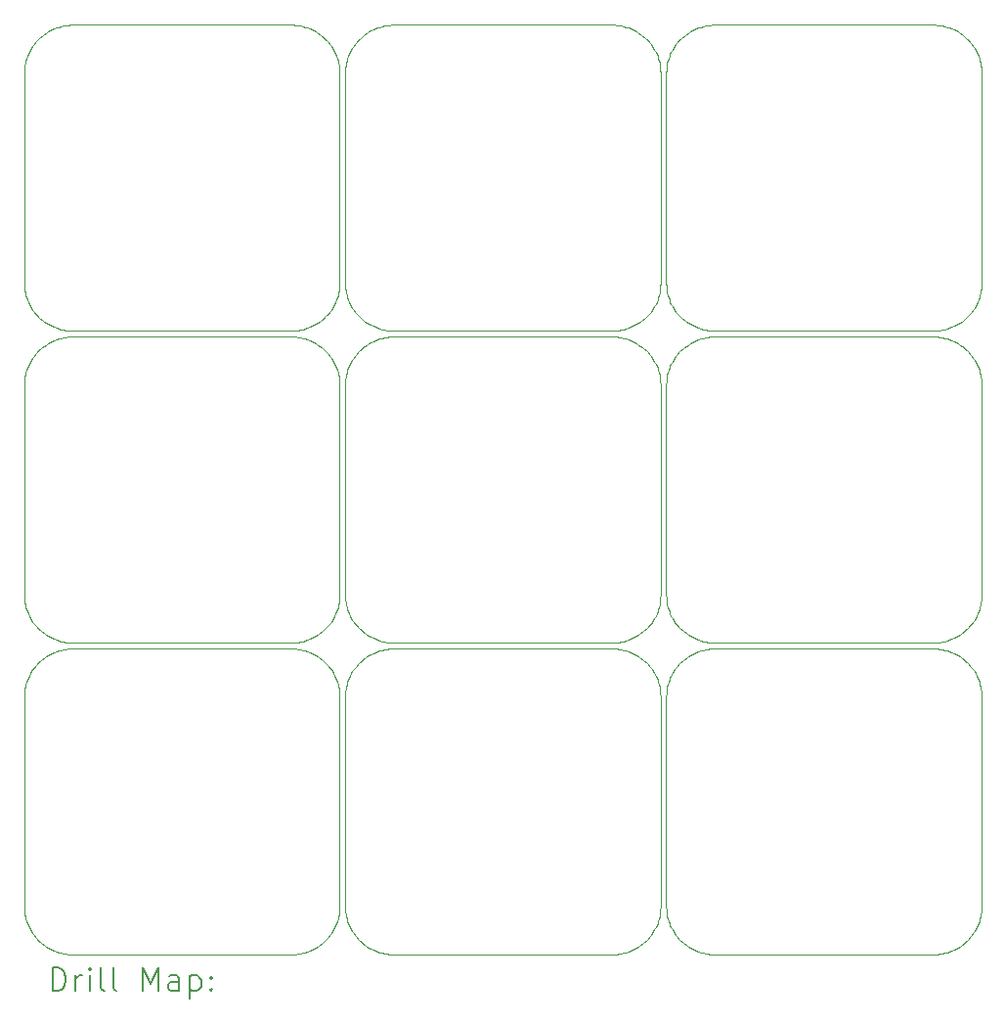
<source format=gbr>
%TF.GenerationSoftware,KiCad,Pcbnew,7.0.2-0*%
%TF.CreationDate,2024-04-22T23:11:48-05:00*%
%TF.ProjectId,SAOpowerboard_panelized,53414f70-6f77-4657-9262-6f6172645f70,rev?*%
%TF.SameCoordinates,Original*%
%TF.FileFunction,Drillmap*%
%TF.FilePolarity,Positive*%
%FSLAX45Y45*%
G04 Gerber Fmt 4.5, Leading zero omitted, Abs format (unit mm)*
G04 Created by KiCad (PCBNEW 7.0.2-0) date 2024-04-22 23:11:48*
%MOMM*%
%LPD*%
G01*
G04 APERTURE LIST*
%ADD10C,0.037041*%
%ADD11C,0.200000*%
G04 APERTURE END LIST*
D10*
X23927880Y-2288187D02*
X23916829Y-2271468D01*
X23927880Y-4987293D02*
X23916829Y-4970573D01*
X23927880Y-7686398D02*
X23916829Y-7669678D01*
X21147681Y-2288187D02*
X21136630Y-2271468D01*
X21147681Y-4987293D02*
X21136630Y-4970573D01*
X21147681Y-7686398D02*
X21136630Y-7669678D01*
X18367481Y-2288187D02*
X18356430Y-2271468D01*
X18367481Y-4987293D02*
X18356430Y-4970573D01*
X23879020Y-2224787D02*
X23864954Y-2210473D01*
X23879020Y-4923892D02*
X23864954Y-4909578D01*
X23879020Y-7622998D02*
X23864954Y-7608684D01*
X21098820Y-2224787D02*
X21084755Y-2210473D01*
X21098820Y-4923892D02*
X21084755Y-4909578D01*
X21098820Y-7622998D02*
X21084755Y-7608684D01*
X18318620Y-2224787D02*
X18304555Y-2210473D01*
X18318620Y-4923892D02*
X18304555Y-4909578D01*
X21577799Y-4725849D02*
X21598338Y-4730452D01*
X21577799Y-7424954D02*
X21598338Y-7429558D01*
X21577799Y-10124059D02*
X21598338Y-10128663D01*
X18797599Y-4725849D02*
X18818138Y-4730452D01*
X18797599Y-7424954D02*
X18818138Y-7429558D01*
X18797599Y-10124059D02*
X18818138Y-10128663D01*
X16017399Y-4725849D02*
X16037938Y-4730452D01*
X16017399Y-7424954D02*
X16037938Y-7429558D01*
X23586559Y-4738293D02*
X23608114Y-4736700D01*
X23586559Y-7437398D02*
X23608114Y-7435806D01*
X23586559Y-10136504D02*
X23608114Y-10134911D01*
X20806359Y-4738293D02*
X20827914Y-4736700D01*
X20806359Y-7437398D02*
X20827914Y-7435806D01*
X20806359Y-10136504D02*
X20827914Y-10134911D01*
X18026160Y-4738293D02*
X18047715Y-4736700D01*
X18026160Y-7437398D02*
X18047715Y-7435806D01*
X23564719Y-2089724D02*
X21683881Y-2089724D01*
X23564719Y-4788829D02*
X21683881Y-4788829D01*
X23564719Y-7487935D02*
X21683881Y-7487935D01*
X20784519Y-2089724D02*
X18903681Y-2089724D01*
X20784519Y-4788829D02*
X18903681Y-4788829D01*
X20784519Y-7487935D02*
X18903681Y-7487935D01*
X18004320Y-2089724D02*
X16123481Y-2089724D01*
X18004320Y-4788829D02*
X16123481Y-4788829D01*
X23729957Y-2122128D02*
X23710675Y-2114745D01*
X23729957Y-4821233D02*
X23710675Y-4813851D01*
X23729957Y-7520338D02*
X23710675Y-7512956D01*
X20949758Y-2122128D02*
X20930475Y-2114745D01*
X20949758Y-4821233D02*
X20930475Y-4813851D01*
X20949758Y-7520338D02*
X20930475Y-7512956D01*
X18169558Y-2122128D02*
X18150276Y-2114745D01*
X18169558Y-4821233D02*
X18150276Y-4813851D01*
X23690947Y-2108263D02*
X23670801Y-2102706D01*
X23690947Y-4807368D02*
X23670801Y-4801812D01*
X23690947Y-7506473D02*
X23670801Y-7500917D01*
X20910748Y-2108263D02*
X20890601Y-2102706D01*
X20910748Y-4807368D02*
X20890601Y-4801812D01*
X20910748Y-7506473D02*
X20890601Y-7500917D01*
X18130548Y-2108263D02*
X18110401Y-2102706D01*
X18130548Y-4807368D02*
X18110401Y-4801812D01*
X23608114Y-2091853D02*
X23586559Y-2090260D01*
X23608114Y-4790958D02*
X23586559Y-4789366D01*
X23608114Y-7490064D02*
X23586559Y-7488471D01*
X20827914Y-2091853D02*
X20806359Y-2090260D01*
X20827914Y-4790958D02*
X20806359Y-4789366D01*
X20827914Y-7490064D02*
X20806359Y-7488471D01*
X18047715Y-2091853D02*
X18026160Y-2090260D01*
X18047715Y-4790958D02*
X18026160Y-4789366D01*
X23980765Y-4409790D02*
X23984503Y-4389507D01*
X23980765Y-7108895D02*
X23984503Y-7088612D01*
X23980765Y-9808001D02*
X23984503Y-9787718D01*
X21200565Y-4409790D02*
X21204303Y-4389507D01*
X21200565Y-7108895D02*
X21204303Y-7088612D01*
X21200565Y-9808001D02*
X21204303Y-9787718D01*
X18420366Y-4409790D02*
X18424103Y-4389507D01*
X18420366Y-7108895D02*
X18424103Y-7088612D01*
X21662040Y-2090260D02*
X21640485Y-2091853D01*
X21662040Y-4789366D02*
X21640485Y-4790958D01*
X21662040Y-7488471D02*
X21640485Y-7490064D01*
X18881841Y-2090260D02*
X18860286Y-2091853D01*
X18881841Y-4789366D02*
X18860286Y-4790958D01*
X18881841Y-7488471D02*
X18860286Y-7490064D01*
X16101641Y-2090260D02*
X16080086Y-2091853D01*
X16101641Y-4789366D02*
X16080086Y-4790958D01*
X23767077Y-2139489D02*
X23748767Y-2130384D01*
X23767077Y-4838594D02*
X23748767Y-4829490D01*
X23767077Y-7537700D02*
X23748767Y-7528595D01*
X20986877Y-2139489D02*
X20968567Y-2130384D01*
X20986877Y-4838594D02*
X20968567Y-4829490D01*
X20986877Y-7537700D02*
X20968567Y-7528595D01*
X18206678Y-2139489D02*
X18188367Y-2130384D01*
X18206678Y-4838594D02*
X18188367Y-4829490D01*
X23904984Y-4573260D02*
X23916829Y-4557104D01*
X23904984Y-7272365D02*
X23916829Y-7256209D01*
X23904984Y-9971471D02*
X23916829Y-9955315D01*
X21124784Y-4573260D02*
X21136630Y-4557104D01*
X21124784Y-7272365D02*
X21136630Y-7256209D01*
X21124784Y-9971471D02*
X21136630Y-9955315D01*
X18344585Y-4573260D02*
X18356430Y-4557104D01*
X18344585Y-7272365D02*
X18356430Y-7256209D01*
X23690947Y-4720293D02*
X23710675Y-4713811D01*
X23690947Y-7419398D02*
X23710675Y-7412917D01*
X23690947Y-10118504D02*
X23710675Y-10112022D01*
X20910748Y-4720293D02*
X20930475Y-4713811D01*
X20910748Y-7419398D02*
X20930475Y-7412917D01*
X20910748Y-10118504D02*
X20930475Y-10112022D01*
X18130548Y-4720293D02*
X18150276Y-4713811D01*
X18130548Y-7419398D02*
X18150276Y-7412917D01*
X21662040Y-4738293D02*
X21683881Y-4738829D01*
X21662040Y-7437398D02*
X21683881Y-7437935D01*
X21662040Y-10136504D02*
X21683881Y-10137040D01*
X18881841Y-4738293D02*
X18903681Y-4738829D01*
X18881841Y-7437398D02*
X18903681Y-7437935D01*
X18881841Y-10136504D02*
X18903681Y-10137040D01*
X16101641Y-4738293D02*
X16123481Y-4738829D01*
X16101641Y-7437398D02*
X16123481Y-7437935D01*
X21301105Y-2323209D02*
X21292596Y-2341460D01*
X21301105Y-5022315D02*
X21292596Y-5040566D01*
X21301105Y-7721420D02*
X21292596Y-7739671D01*
X18520905Y-2323209D02*
X18512396Y-2341460D01*
X18520905Y-5022315D02*
X18512396Y-5040566D01*
X18520905Y-7721420D02*
X18512396Y-7739671D01*
X15740705Y-2323209D02*
X15732196Y-2341460D01*
X15740705Y-5022315D02*
X15732196Y-5040566D01*
X21413810Y-4644695D02*
X21429855Y-4656931D01*
X21413810Y-7343800D02*
X21429855Y-7356036D01*
X21413810Y-10042905D02*
X21429855Y-10055142D01*
X18633610Y-4644695D02*
X18649655Y-4656931D01*
X18633610Y-7343800D02*
X18649655Y-7356036D01*
X18633610Y-10042905D02*
X18649655Y-10055142D01*
X15853410Y-4644695D02*
X15869455Y-4656931D01*
X15853410Y-7343800D02*
X15869455Y-7356036D01*
X23767077Y-4689070D02*
X23784861Y-4679145D01*
X23767077Y-7388176D02*
X23784861Y-7378250D01*
X23767077Y-10087281D02*
X23784861Y-10077355D01*
X20986877Y-4689070D02*
X21004662Y-4679145D01*
X20986877Y-7388176D02*
X21004662Y-7378250D01*
X20986877Y-10087281D02*
X21004662Y-10077355D01*
X18206678Y-4689070D02*
X18224462Y-4679145D01*
X18206678Y-7388176D02*
X18224462Y-7378250D01*
X23892372Y-4588827D02*
X23904984Y-4573260D01*
X23892372Y-7287933D02*
X23904984Y-7272365D01*
X23892372Y-9987038D02*
X23904984Y-9971471D01*
X21112172Y-4588827D02*
X21124784Y-4573260D01*
X21112172Y-7287933D02*
X21124784Y-7272365D01*
X21112172Y-9987038D02*
X21124784Y-9971471D01*
X18331973Y-4588827D02*
X18344585Y-4573260D01*
X18331973Y-7287933D02*
X18344585Y-7272365D01*
X21557652Y-2108263D02*
X21537924Y-2114745D01*
X21557652Y-4807368D02*
X21537924Y-4813851D01*
X21557652Y-7506473D02*
X21537924Y-7512956D01*
X18777452Y-2108263D02*
X18757725Y-2114745D01*
X18777452Y-4807368D02*
X18757725Y-4813851D01*
X18777452Y-7506473D02*
X18757725Y-7512956D01*
X15997252Y-2108263D02*
X15977525Y-2114745D01*
X15997252Y-4807368D02*
X15977525Y-4813851D01*
X23710675Y-4713811D02*
X23729957Y-4706430D01*
X23710675Y-7412917D02*
X23729957Y-7405535D01*
X23710675Y-10112022D02*
X23729957Y-10104640D01*
X20930475Y-4713811D02*
X20949758Y-4706430D01*
X20930475Y-7412917D02*
X20949758Y-7405535D01*
X20930475Y-10112022D02*
X20949758Y-10104640D01*
X18150276Y-4713811D02*
X18169558Y-4706430D01*
X18150276Y-7412917D02*
X18169558Y-7405535D01*
X21398397Y-4631740D02*
X21413810Y-4644695D01*
X21398397Y-7330846D02*
X21413810Y-7343800D01*
X21398397Y-10029951D02*
X21413810Y-10042905D01*
X18618198Y-4631740D02*
X18633610Y-4644695D01*
X18618198Y-7330846D02*
X18633610Y-7343800D01*
X18618198Y-10029951D02*
X18633610Y-10042905D01*
X15837998Y-4631740D02*
X15853410Y-4644695D01*
X15837998Y-7330846D02*
X15853410Y-7343800D01*
X23916829Y-2271468D02*
X23904984Y-2255310D01*
X23916829Y-4970573D02*
X23904984Y-4954416D01*
X23916829Y-7669678D02*
X23904984Y-7653521D01*
X21136630Y-2271468D02*
X21124784Y-2255310D01*
X21136630Y-4970573D02*
X21124784Y-4954416D01*
X21136630Y-7669678D02*
X21124784Y-7653521D01*
X18356430Y-2271468D02*
X18344585Y-2255310D01*
X18356430Y-4970573D02*
X18344585Y-4954416D01*
X21518642Y-2122128D02*
X21499833Y-2130384D01*
X21518642Y-4821233D02*
X21499833Y-4829490D01*
X21518642Y-7520338D02*
X21499833Y-7528595D01*
X18738442Y-2122128D02*
X18719633Y-2130384D01*
X18738442Y-4821233D02*
X18719633Y-4829490D01*
X18738442Y-7520338D02*
X18719633Y-7528595D01*
X15958242Y-2122128D02*
X15939433Y-2130384D01*
X15958242Y-4821233D02*
X15939433Y-4829490D01*
X23818744Y-2171632D02*
X23802093Y-2160139D01*
X23818744Y-4870737D02*
X23802093Y-4859244D01*
X23818744Y-7569843D02*
X23802093Y-7558350D01*
X21038545Y-2171632D02*
X21021893Y-2160139D01*
X21038545Y-4870737D02*
X21021893Y-4859244D01*
X21038545Y-7569843D02*
X21021893Y-7558350D01*
X18258345Y-2171632D02*
X18241693Y-2160139D01*
X18258345Y-4870737D02*
X18241693Y-4859244D01*
X23988847Y-4347981D02*
X23989400Y-4326789D01*
X23988847Y-7047086D02*
X23989400Y-7025895D01*
X23988847Y-9746191D02*
X23989400Y-9725000D01*
X21208647Y-4347981D02*
X21209200Y-4326789D01*
X21208647Y-7047086D02*
X21209200Y-7025895D01*
X21208647Y-9746191D02*
X21209200Y-9725000D01*
X18428447Y-4347981D02*
X18429000Y-4326789D01*
X18428447Y-7047086D02*
X18429000Y-7025895D01*
X21446507Y-2160139D02*
X21429855Y-2171632D01*
X21446507Y-4859244D02*
X21429855Y-4870737D01*
X21446507Y-7558350D02*
X21429855Y-7569843D01*
X18666307Y-2160139D02*
X18649655Y-2171632D01*
X18666307Y-4859244D02*
X18649655Y-4870737D01*
X18666307Y-7558350D02*
X18649655Y-7569843D01*
X15886107Y-2160139D02*
X15869455Y-2171632D01*
X15886107Y-4859244D02*
X15869455Y-4870737D01*
X21619242Y-2094475D02*
X21598338Y-2098102D01*
X21619242Y-4793581D02*
X21598338Y-4797207D01*
X21619242Y-7492686D02*
X21598338Y-7496313D01*
X18839043Y-2094475D02*
X18818138Y-2098102D01*
X18839043Y-4793581D02*
X18818138Y-4797207D01*
X18839043Y-7492686D02*
X18818138Y-7496313D01*
X16058843Y-2094475D02*
X16037938Y-2098102D01*
X16058843Y-4793581D02*
X16037938Y-4797207D01*
X23976020Y-2398860D02*
X23970293Y-2379312D01*
X23976020Y-5097965D02*
X23970293Y-5078417D01*
X23976020Y-7797071D02*
X23970293Y-7777522D01*
X21195820Y-2398860D02*
X21190094Y-2379312D01*
X21195820Y-5097965D02*
X21190094Y-5078417D01*
X21195820Y-7797071D02*
X21190094Y-7777522D01*
X18415620Y-2398860D02*
X18409894Y-2379312D01*
X18415620Y-5097965D02*
X18409894Y-5078417D01*
X21320719Y-4540385D02*
X21331770Y-4557104D01*
X21320719Y-7239491D02*
X21331770Y-7256209D01*
X21320719Y-9938596D02*
X21331770Y-9955315D01*
X18540519Y-4540385D02*
X18551570Y-4557104D01*
X18540519Y-7239491D02*
X18551570Y-7256209D01*
X18540519Y-9938596D02*
X18551570Y-9955315D01*
X15760319Y-4540385D02*
X15771370Y-4557104D01*
X15760319Y-7239491D02*
X15771370Y-7256209D01*
X21683881Y-4738829D02*
X23564719Y-4738829D01*
X21683881Y-7437935D02*
X23564719Y-7437935D01*
X21683881Y-10137040D02*
X23564719Y-10137040D01*
X18903681Y-4738829D02*
X20784519Y-4738829D01*
X18903681Y-7437935D02*
X20784519Y-7437935D01*
X18903681Y-10137040D02*
X20784519Y-10137040D01*
X16123481Y-4738829D02*
X18004320Y-4738829D01*
X16123481Y-7437935D02*
X18004320Y-7437935D01*
X21463738Y-2149416D02*
X21446507Y-2160139D01*
X21463738Y-4848521D02*
X21446507Y-4859244D01*
X21463738Y-7547626D02*
X21446507Y-7558350D01*
X18683538Y-2149416D02*
X18666307Y-2160139D01*
X18683538Y-4848521D02*
X18666307Y-4859244D01*
X18683538Y-7547626D02*
X18666307Y-7558350D01*
X15903338Y-2149416D02*
X15886107Y-2160139D01*
X15903338Y-4848521D02*
X15886107Y-4859244D01*
X21356227Y-2239742D02*
X21343615Y-2255310D01*
X21356227Y-4938847D02*
X21343615Y-4954416D01*
X21356227Y-7637952D02*
X21343615Y-7653521D01*
X18576027Y-2239742D02*
X18563415Y-2255310D01*
X18576027Y-4938847D02*
X18563415Y-4954416D01*
X18576027Y-7637952D02*
X18563415Y-7653521D01*
X15795828Y-2239742D02*
X15783216Y-2255310D01*
X15795828Y-4938847D02*
X15783216Y-4954416D01*
X21499833Y-4698174D02*
X21518642Y-4706430D01*
X21499833Y-7397279D02*
X21518642Y-7405535D01*
X21499833Y-10096385D02*
X21518642Y-10104640D01*
X18719633Y-4698174D02*
X18738442Y-4706430D01*
X18719633Y-7397279D02*
X18738442Y-7405535D01*
X18719633Y-10096385D02*
X18738442Y-10104640D01*
X15939433Y-4698174D02*
X15958242Y-4706430D01*
X15939433Y-7397279D02*
X15958242Y-7405535D01*
X23564719Y-4738829D02*
X23586559Y-4738293D01*
X23564719Y-7437935D02*
X23586559Y-7437398D01*
X23564719Y-10137040D02*
X23586559Y-10136504D01*
X20784519Y-4738829D02*
X20806359Y-4738293D01*
X20784519Y-7437935D02*
X20806359Y-7437398D01*
X20784519Y-10137040D02*
X20806359Y-10136504D01*
X18004320Y-4738829D02*
X18026160Y-4738293D01*
X18004320Y-7437935D02*
X18026160Y-7437398D01*
X23984503Y-2439073D02*
X23980765Y-2418789D01*
X23984503Y-5138178D02*
X23980765Y-5117894D01*
X23984503Y-7837283D02*
X23980765Y-7817000D01*
X21204303Y-2439073D02*
X21200565Y-2418789D01*
X21204303Y-5138178D02*
X21200565Y-5117894D01*
X21204303Y-7837283D02*
X21200565Y-7817000D01*
X18424103Y-2439073D02*
X18420366Y-2418789D01*
X18424103Y-5138178D02*
X18420366Y-5117894D01*
X21301105Y-4505365D02*
X21310488Y-4523131D01*
X21301105Y-7204470D02*
X21310488Y-7222236D01*
X21301105Y-9903576D02*
X21310488Y-9921341D01*
X18520905Y-4505365D02*
X18530288Y-4523131D01*
X18520905Y-7204470D02*
X18530288Y-7222236D01*
X18520905Y-9903576D02*
X18530288Y-9921341D01*
X15740705Y-4505365D02*
X15750089Y-4523131D01*
X15740705Y-7204470D02*
X15750089Y-7222236D01*
X21259753Y-4347981D02*
X21261394Y-4368895D01*
X21259753Y-7047086D02*
X21261394Y-7068000D01*
X21259753Y-9746191D02*
X21261394Y-9767106D01*
X18479553Y-4347981D02*
X18481194Y-4368895D01*
X18479553Y-7047086D02*
X18481194Y-7068000D01*
X18479553Y-9746191D02*
X18481194Y-9767106D01*
X15699353Y-4347981D02*
X15700994Y-4368895D01*
X15699353Y-7047086D02*
X15700994Y-7068000D01*
X21683881Y-2089724D02*
X21662040Y-2090260D01*
X21683881Y-4788829D02*
X21662040Y-4789366D01*
X21683881Y-7487935D02*
X21662040Y-7488471D01*
X18903681Y-2089724D02*
X18881841Y-2090260D01*
X18903681Y-4788829D02*
X18881841Y-4789366D01*
X18903681Y-7487935D02*
X18881841Y-7488471D01*
X16123481Y-2089724D02*
X16101641Y-2090260D01*
X16123481Y-4788829D02*
X16101641Y-4789366D01*
X23987205Y-4368895D02*
X23988847Y-4347981D01*
X23987205Y-7068000D02*
X23988847Y-7047086D01*
X23987205Y-9767106D02*
X23988847Y-9746191D01*
X21207006Y-4368895D02*
X21208647Y-4347981D01*
X21207006Y-7068000D02*
X21208647Y-7047086D01*
X21207006Y-9767106D02*
X21208647Y-9746191D01*
X18426806Y-4368895D02*
X18428447Y-4347981D01*
X18426806Y-7068000D02*
X18428447Y-7047086D01*
X21261394Y-2459685D02*
X21259753Y-2480600D01*
X21261394Y-5158790D02*
X21259753Y-5179705D01*
X21261394Y-7857895D02*
X21259753Y-7878810D01*
X18481194Y-2459685D02*
X18479553Y-2480600D01*
X18481194Y-5158790D02*
X18479553Y-5179705D01*
X18481194Y-7857895D02*
X18479553Y-7878810D01*
X15700994Y-2459685D02*
X15699353Y-2480600D01*
X15700994Y-5158790D02*
X15699353Y-5179705D01*
X23834790Y-4644695D02*
X23850202Y-4631740D01*
X23834790Y-7343800D02*
X23850202Y-7330846D01*
X23834790Y-10042905D02*
X23850202Y-10029951D01*
X21054590Y-4644695D02*
X21070002Y-4631740D01*
X21054590Y-7343800D02*
X21070002Y-7330846D01*
X21054590Y-10042905D02*
X21070002Y-10029951D01*
X18274390Y-4644695D02*
X18289802Y-4631740D01*
X18274390Y-7343800D02*
X18289802Y-7330846D01*
X21369579Y-2224787D02*
X21356227Y-2239742D01*
X21369579Y-4923892D02*
X21356227Y-4938847D01*
X21369579Y-7622998D02*
X21356227Y-7637952D01*
X18589380Y-2224787D02*
X18576027Y-2239742D01*
X18589380Y-4923892D02*
X18576027Y-4938847D01*
X18589380Y-7622998D02*
X18576027Y-7637952D01*
X15809180Y-2224787D02*
X15795828Y-2239742D01*
X15809180Y-4923892D02*
X15795828Y-4938847D01*
X23904984Y-2255310D02*
X23892372Y-2239742D01*
X23904984Y-4954416D02*
X23892372Y-4938847D01*
X23904984Y-7653521D02*
X23892372Y-7637952D01*
X21124784Y-2255310D02*
X21112172Y-2239742D01*
X21124784Y-4954416D02*
X21112172Y-4938847D01*
X21124784Y-7653521D02*
X21112172Y-7637952D01*
X18344585Y-2255310D02*
X18331973Y-2239742D01*
X18344585Y-4954416D02*
X18331973Y-4938847D01*
X23784861Y-4679145D02*
X23802093Y-4668423D01*
X23784861Y-7378250D02*
X23802093Y-7367528D01*
X23784861Y-10077355D02*
X23802093Y-10066634D01*
X21004662Y-4679145D02*
X21021893Y-4668423D01*
X21004662Y-7378250D02*
X21021893Y-7367528D01*
X21004662Y-10077355D02*
X21021893Y-10066634D01*
X18224462Y-4679145D02*
X18241693Y-4668423D01*
X18224462Y-7378250D02*
X18241693Y-7367528D01*
X21619242Y-4734078D02*
X21640485Y-4736700D01*
X21619242Y-7433184D02*
X21640485Y-7435806D01*
X21619242Y-10132289D02*
X21640485Y-10134911D01*
X18839043Y-4734078D02*
X18860286Y-4736700D01*
X18839043Y-7433184D02*
X18860286Y-7435806D01*
X18839043Y-10132289D02*
X18860286Y-10134911D01*
X16058843Y-4734078D02*
X16080086Y-4736700D01*
X16058843Y-7433184D02*
X16080086Y-7435806D01*
X23988847Y-2480600D02*
X23987205Y-2459685D01*
X23988847Y-5179705D02*
X23987205Y-5158790D01*
X23988847Y-7878810D02*
X23987205Y-7857895D01*
X21208647Y-2480600D02*
X21207006Y-2459685D01*
X21208647Y-5179705D02*
X21207006Y-5158790D01*
X21208647Y-7878810D02*
X21207006Y-7857895D01*
X18428447Y-2480600D02*
X18426806Y-2459685D01*
X18428447Y-5179705D02*
X18426806Y-5158790D01*
X23947495Y-4505365D02*
X23956004Y-4487115D01*
X23947495Y-7204470D02*
X23956004Y-7186221D01*
X23947495Y-9903576D02*
X23956004Y-9885326D01*
X21167295Y-4505365D02*
X21175804Y-4487115D01*
X21167295Y-7204470D02*
X21175804Y-7186221D01*
X21167295Y-9903576D02*
X21175804Y-9885326D01*
X18387095Y-4505365D02*
X18395604Y-4487115D01*
X18387095Y-7204470D02*
X18395604Y-7186221D01*
X21499833Y-2130384D02*
X21481522Y-2139489D01*
X21499833Y-4829490D02*
X21481522Y-4838594D01*
X21499833Y-7528595D02*
X21481522Y-7537700D01*
X18719633Y-2130384D02*
X18701323Y-2139489D01*
X18719633Y-4829490D02*
X18701323Y-4838594D01*
X18719633Y-7528595D02*
X18701323Y-7537700D01*
X15939433Y-2130384D02*
X15921123Y-2139489D01*
X15939433Y-4829490D02*
X15921123Y-4838594D01*
X23864954Y-4618094D02*
X23879020Y-4603781D01*
X23864954Y-7317199D02*
X23879020Y-7302886D01*
X23864954Y-10016304D02*
X23879020Y-10001991D01*
X21084755Y-4618094D02*
X21098820Y-4603781D01*
X21084755Y-7317199D02*
X21098820Y-7302886D01*
X21084755Y-10016304D02*
X21098820Y-10001991D01*
X18304555Y-4618094D02*
X18318620Y-4603781D01*
X18304555Y-7317199D02*
X18318620Y-7302886D01*
X21557652Y-4720293D02*
X21577799Y-4725849D01*
X21557652Y-7419398D02*
X21577799Y-7424954D01*
X21557652Y-10118504D02*
X21577799Y-10124059D01*
X18777452Y-4720293D02*
X18797599Y-4725849D01*
X18777452Y-7419398D02*
X18797599Y-7424954D01*
X18777452Y-10118504D02*
X18797599Y-10124059D01*
X15997252Y-4720293D02*
X16017399Y-4725849D01*
X15997252Y-7419398D02*
X16017399Y-7424954D01*
X23864954Y-2210473D02*
X23850202Y-2196825D01*
X23864954Y-4909578D02*
X23850202Y-4895930D01*
X23864954Y-7608684D02*
X23850202Y-7595036D01*
X21084755Y-2210473D02*
X21070002Y-2196825D01*
X21084755Y-4909578D02*
X21070002Y-4895930D01*
X21084755Y-7608684D02*
X21070002Y-7595036D01*
X18304555Y-2210473D02*
X18289802Y-2196825D01*
X18304555Y-4909578D02*
X18289802Y-4895930D01*
X23608114Y-4736700D02*
X23629357Y-4734078D01*
X23608114Y-7435806D02*
X23629357Y-7433184D01*
X23608114Y-10134911D02*
X23629357Y-10132289D01*
X20827914Y-4736700D02*
X20849158Y-4734078D01*
X20827914Y-7435806D02*
X20849158Y-7433184D01*
X20827914Y-10134911D02*
X20849158Y-10132289D01*
X18047715Y-4736700D02*
X18068958Y-4734078D01*
X18047715Y-7435806D02*
X18068958Y-7433184D01*
X23670801Y-2102706D02*
X23650262Y-2098102D01*
X23670801Y-4801812D02*
X23650262Y-4797207D01*
X23670801Y-7500917D02*
X23650262Y-7496313D01*
X20890601Y-2102706D02*
X20870062Y-2098102D01*
X20890601Y-4801812D02*
X20870062Y-4797207D01*
X20890601Y-7500917D02*
X20870062Y-7496313D01*
X18110401Y-2102706D02*
X18089862Y-2098102D01*
X18110401Y-4801812D02*
X18089862Y-4797207D01*
X23938111Y-2305443D02*
X23927880Y-2288187D01*
X23938111Y-5004548D02*
X23927880Y-4987293D01*
X23938111Y-7703654D02*
X23927880Y-7686398D01*
X21157911Y-2305443D02*
X21147681Y-2288187D01*
X21157911Y-5004548D02*
X21147681Y-4987293D01*
X21157911Y-7703654D02*
X21147681Y-7686398D01*
X18377712Y-2305443D02*
X18367481Y-2288187D01*
X18377712Y-5004548D02*
X18367481Y-4987293D01*
X21259200Y-4326789D02*
X21259753Y-4347981D01*
X21259200Y-7025895D02*
X21259753Y-7047086D01*
X21259200Y-9725000D02*
X21259753Y-9746191D01*
X18479000Y-4326789D02*
X18479553Y-4347981D01*
X18479000Y-7025895D02*
X18479553Y-7047086D01*
X18479000Y-9725000D02*
X18479553Y-9746191D01*
X15698800Y-4326789D02*
X15699353Y-4347981D01*
X15698800Y-7025895D02*
X15699353Y-7047086D01*
X21429855Y-2171632D02*
X21413810Y-2183869D01*
X21429855Y-4870737D02*
X21413810Y-4882975D01*
X21429855Y-7569843D02*
X21413810Y-7582080D01*
X18649655Y-2171632D02*
X18633610Y-2183869D01*
X18649655Y-4870737D02*
X18633610Y-4882975D01*
X18649655Y-7569843D02*
X18633610Y-7582080D01*
X15869455Y-2171632D02*
X15853410Y-2183869D01*
X15869455Y-4870737D02*
X15853410Y-4882975D01*
X23802093Y-2160139D02*
X23784861Y-2149416D01*
X23802093Y-4859244D02*
X23784861Y-4848521D01*
X23802093Y-7558350D02*
X23784861Y-7547626D01*
X21021893Y-2160139D02*
X21004662Y-2149416D01*
X21021893Y-4859244D02*
X21004662Y-4848521D01*
X21021893Y-7558350D02*
X21004662Y-7547626D01*
X18241693Y-2160139D02*
X18224462Y-2149416D01*
X18241693Y-4859244D02*
X18224462Y-4848521D01*
X21356227Y-4588827D02*
X21369579Y-4603781D01*
X21356227Y-7287933D02*
X21369579Y-7302886D01*
X21356227Y-9987038D02*
X21369579Y-10001991D01*
X18576027Y-4588827D02*
X18589380Y-4603781D01*
X18576027Y-7287933D02*
X18589380Y-7302886D01*
X18576027Y-9987038D02*
X18589380Y-10001991D01*
X15795828Y-4588827D02*
X15809180Y-4603781D01*
X15795828Y-7287933D02*
X15809180Y-7302886D01*
X23629357Y-4734078D02*
X23650262Y-4730452D01*
X23629357Y-7433184D02*
X23650262Y-7429558D01*
X23629357Y-10132289D02*
X23650262Y-10128663D01*
X20849158Y-4734078D02*
X20870062Y-4730452D01*
X20849158Y-7433184D02*
X20870062Y-7429558D01*
X20849158Y-10132289D02*
X20870062Y-10128663D01*
X18068958Y-4734078D02*
X18089862Y-4730452D01*
X18068958Y-7433184D02*
X18089862Y-7429558D01*
X21259753Y-2480600D02*
X21259200Y-2501791D01*
X21259753Y-5179705D02*
X21259200Y-5200896D01*
X21259753Y-7878810D02*
X21259200Y-7900002D01*
X18479553Y-2480600D02*
X18479000Y-2501791D01*
X18479553Y-5179705D02*
X18479000Y-5200896D01*
X18479553Y-7878810D02*
X18479000Y-7900002D01*
X15699353Y-2480600D02*
X15698800Y-2501791D01*
X15699353Y-5179705D02*
X15698800Y-5200896D01*
X23629357Y-2094475D02*
X23608114Y-2091853D01*
X23629357Y-4793581D02*
X23608114Y-4790958D01*
X23629357Y-7492686D02*
X23608114Y-7490064D01*
X20849158Y-2094475D02*
X20827914Y-2091853D01*
X20849158Y-4793581D02*
X20827914Y-4790958D01*
X20849158Y-7492686D02*
X20827914Y-7490064D01*
X18068958Y-2094475D02*
X18047715Y-2091853D01*
X18068958Y-4793581D02*
X18047715Y-4790958D01*
X21446507Y-4668423D02*
X21463738Y-4679145D01*
X21446507Y-7367528D02*
X21463738Y-7378250D01*
X21446507Y-10066634D02*
X21463738Y-10077355D01*
X18666307Y-4668423D02*
X18683538Y-4679145D01*
X18666307Y-7367528D02*
X18683538Y-7378250D01*
X18666307Y-10066634D02*
X18683538Y-10077355D01*
X15886107Y-4668423D02*
X15903338Y-4679145D01*
X15886107Y-7367528D02*
X15903338Y-7378250D01*
X23976020Y-4429718D02*
X23980765Y-4409790D01*
X23976020Y-7128824D02*
X23980765Y-7108895D01*
X23976020Y-9827929D02*
X23980765Y-9808001D01*
X21195820Y-4429718D02*
X21200565Y-4409790D01*
X21195820Y-7128824D02*
X21200565Y-7108895D01*
X21195820Y-9827929D02*
X21200565Y-9808001D01*
X18415620Y-4429718D02*
X18420366Y-4409790D01*
X18415620Y-7128824D02*
X18420366Y-7108895D01*
X23980765Y-2418789D02*
X23976020Y-2398860D01*
X23980765Y-5117894D02*
X23976020Y-5097965D01*
X23980765Y-7817000D02*
X23976020Y-7797071D01*
X21200565Y-2418789D02*
X21195820Y-2398860D01*
X21200565Y-5117894D02*
X21195820Y-5097965D01*
X21200565Y-7817000D02*
X21195820Y-7797071D01*
X18420366Y-2418789D02*
X18415620Y-2398860D01*
X18420366Y-5117894D02*
X18415620Y-5097965D01*
X21267834Y-4409790D02*
X21272580Y-4429718D01*
X21267834Y-7108895D02*
X21272580Y-7128824D01*
X21267834Y-9808001D02*
X21272580Y-9827929D01*
X18487634Y-4409790D02*
X18492380Y-4429718D01*
X18487634Y-7108895D02*
X18492380Y-7128824D01*
X18487634Y-9808001D02*
X18492380Y-9827929D01*
X15707435Y-4409790D02*
X15712180Y-4429718D01*
X15707435Y-7108895D02*
X15712180Y-7128824D01*
X23970293Y-2379312D02*
X23963612Y-2360170D01*
X23970293Y-5078417D02*
X23963612Y-5059275D01*
X23970293Y-7777522D02*
X23963612Y-7758380D01*
X21190094Y-2379312D02*
X21183413Y-2360170D01*
X21190094Y-5078417D02*
X21183413Y-5059275D01*
X21190094Y-7777522D02*
X21183413Y-7758380D01*
X18409894Y-2379312D02*
X18403213Y-2360170D01*
X18409894Y-5078417D02*
X18403213Y-5059275D01*
X21272580Y-4429718D02*
X21278306Y-4449266D01*
X21272580Y-7128824D02*
X21278306Y-7148371D01*
X21272580Y-9827929D02*
X21278306Y-9847477D01*
X18492380Y-4429718D02*
X18498106Y-4449266D01*
X18492380Y-7128824D02*
X18498106Y-7148371D01*
X18492380Y-9827929D02*
X18498106Y-9847477D01*
X15712180Y-4429718D02*
X15717906Y-4449266D01*
X15712180Y-7128824D02*
X15717906Y-7148371D01*
X21310488Y-4523131D02*
X21320719Y-4540385D01*
X21310488Y-7222236D02*
X21320719Y-7239491D01*
X21310488Y-9921341D02*
X21320719Y-9938596D01*
X18530288Y-4523131D02*
X18540519Y-4540385D01*
X18530288Y-7222236D02*
X18540519Y-7239491D01*
X18530288Y-9921341D02*
X18540519Y-9938596D01*
X15750089Y-4523131D02*
X15760319Y-4540385D01*
X15750089Y-7222236D02*
X15760319Y-7239491D01*
X21640485Y-4736700D02*
X21662040Y-4738293D01*
X21640485Y-7435806D02*
X21662040Y-7437398D01*
X21640485Y-10134911D02*
X21662040Y-10136504D01*
X18860286Y-4736700D02*
X18881841Y-4738293D01*
X18860286Y-7435806D02*
X18881841Y-7437398D01*
X18860286Y-10134911D02*
X18881841Y-10136504D01*
X16080086Y-4736700D02*
X16101641Y-4738293D01*
X16080086Y-7435806D02*
X16101641Y-7437398D01*
X21481522Y-2139489D02*
X21463738Y-2149416D01*
X21481522Y-4838594D02*
X21463738Y-4848521D01*
X21481522Y-7537700D02*
X21463738Y-7547626D01*
X18701323Y-2139489D02*
X18683538Y-2149416D01*
X18701323Y-4838594D02*
X18683538Y-4848521D01*
X18701323Y-7537700D02*
X18683538Y-7547626D01*
X15921123Y-2139489D02*
X15903338Y-2149416D01*
X15921123Y-4838594D02*
X15903338Y-4848521D01*
X23956004Y-4487115D02*
X23963612Y-4468407D01*
X23956004Y-7186221D02*
X23963612Y-7167512D01*
X23956004Y-9885326D02*
X23963612Y-9866618D01*
X21175804Y-4487115D02*
X21183413Y-4468407D01*
X21175804Y-7186221D02*
X21183413Y-7167512D01*
X21175804Y-9885326D02*
X21183413Y-9866618D01*
X18395604Y-4487115D02*
X18403213Y-4468407D01*
X18395604Y-7186221D02*
X18403213Y-7167512D01*
X23670801Y-4725849D02*
X23690947Y-4720293D01*
X23670801Y-7424954D02*
X23690947Y-7419398D01*
X23670801Y-10124059D02*
X23690947Y-10118504D01*
X20890601Y-4725849D02*
X20910748Y-4720293D01*
X20890601Y-7424954D02*
X20910748Y-7419398D01*
X20890601Y-10124059D02*
X20910748Y-10118504D01*
X18110401Y-4725849D02*
X18130548Y-4720293D01*
X18110401Y-7424954D02*
X18130548Y-7419398D01*
X21261394Y-4368895D02*
X21264097Y-4389507D01*
X21261394Y-7068000D02*
X21264097Y-7088612D01*
X21261394Y-9767106D02*
X21264097Y-9787718D01*
X18481194Y-4368895D02*
X18483897Y-4389507D01*
X18481194Y-7068000D02*
X18483897Y-7088612D01*
X18481194Y-9767106D02*
X18483897Y-9787718D01*
X15700994Y-4368895D02*
X15703697Y-4389507D01*
X15700994Y-7068000D02*
X15703697Y-7088612D01*
X21598338Y-2098102D02*
X21577799Y-2102706D01*
X21598338Y-4797207D02*
X21577799Y-4801812D01*
X21598338Y-7496313D02*
X21577799Y-7500917D01*
X18818138Y-2098102D02*
X18797599Y-2102706D01*
X18818138Y-4797207D02*
X18797599Y-4801812D01*
X18818138Y-7496313D02*
X18797599Y-7500917D01*
X16037938Y-2098102D02*
X16017399Y-2102706D01*
X16037938Y-4797207D02*
X16017399Y-4801812D01*
X21320719Y-2288187D02*
X21310488Y-2305443D01*
X21320719Y-4987293D02*
X21310488Y-5004548D01*
X21320719Y-7686398D02*
X21310488Y-7703654D01*
X18540519Y-2288187D02*
X18530288Y-2305443D01*
X18540519Y-4987293D02*
X18530288Y-5004548D01*
X18540519Y-7686398D02*
X18530288Y-7703654D01*
X15760319Y-2288187D02*
X15750089Y-2305443D01*
X15760319Y-4987293D02*
X15750089Y-5004548D01*
X23892372Y-2239742D02*
X23879020Y-2224787D01*
X23892372Y-4938847D02*
X23879020Y-4923892D01*
X23892372Y-7637952D02*
X23879020Y-7622998D01*
X21112172Y-2239742D02*
X21098820Y-2224787D01*
X21112172Y-4938847D02*
X21098820Y-4923892D01*
X21112172Y-7637952D02*
X21098820Y-7622998D01*
X18331973Y-2239742D02*
X18318620Y-2224787D01*
X18331973Y-4938847D02*
X18318620Y-4923892D01*
X21481522Y-4689070D02*
X21499833Y-4698174D01*
X21481522Y-7388176D02*
X21499833Y-7397279D01*
X21481522Y-10087281D02*
X21499833Y-10096385D01*
X18701323Y-4689070D02*
X18719633Y-4698174D01*
X18701323Y-7388176D02*
X18719633Y-7397279D01*
X18701323Y-10087281D02*
X18719633Y-10096385D01*
X15921123Y-4689070D02*
X15939433Y-4698174D01*
X15921123Y-7388176D02*
X15939433Y-7397279D01*
X21267834Y-2418789D02*
X21264097Y-2439073D01*
X21267834Y-5117894D02*
X21264097Y-5138178D01*
X21267834Y-7817000D02*
X21264097Y-7837283D01*
X18487634Y-2418789D02*
X18483897Y-2439073D01*
X18487634Y-5117894D02*
X18483897Y-5138178D01*
X18487634Y-7817000D02*
X18483897Y-7837283D01*
X15707435Y-2418789D02*
X15703697Y-2439073D01*
X15707435Y-5117894D02*
X15703697Y-5138178D01*
X23748767Y-2130384D02*
X23729957Y-2122128D01*
X23748767Y-4829490D02*
X23729957Y-4821233D01*
X23748767Y-7528595D02*
X23729957Y-7520338D01*
X20968567Y-2130384D02*
X20949758Y-2122128D01*
X20968567Y-4829490D02*
X20949758Y-4821233D01*
X20968567Y-7528595D02*
X20949758Y-7520338D01*
X18188367Y-2130384D02*
X18169558Y-2122128D01*
X18188367Y-4829490D02*
X18169558Y-4821233D01*
X21278306Y-4449266D02*
X21284987Y-4468407D01*
X21278306Y-7148371D02*
X21284987Y-7167512D01*
X21278306Y-9847477D02*
X21284987Y-9866618D01*
X18498106Y-4449266D02*
X18504787Y-4468407D01*
X18498106Y-7148371D02*
X18504787Y-7167512D01*
X18498106Y-9847477D02*
X18504787Y-9866618D01*
X15717906Y-4449266D02*
X15724587Y-4468407D01*
X15717906Y-7148371D02*
X15724587Y-7167512D01*
X23850202Y-2196825D02*
X23834790Y-2183869D01*
X23850202Y-4895930D02*
X23834790Y-4882975D01*
X23850202Y-7595036D02*
X23834790Y-7582080D01*
X21070002Y-2196825D02*
X21054590Y-2183869D01*
X21070002Y-4895930D02*
X21054590Y-4882975D01*
X21070002Y-7595036D02*
X21054590Y-7582080D01*
X18289802Y-2196825D02*
X18274390Y-2183869D01*
X18289802Y-4895930D02*
X18274390Y-4882975D01*
X23748767Y-4698174D02*
X23767077Y-4689070D01*
X23748767Y-7397279D02*
X23767077Y-7388176D01*
X23748767Y-10096385D02*
X23767077Y-10087281D01*
X20968567Y-4698174D02*
X20986877Y-4689070D01*
X20968567Y-7397279D02*
X20986877Y-7388176D01*
X20968567Y-10096385D02*
X20986877Y-10087281D01*
X18188367Y-4698174D02*
X18206678Y-4689070D01*
X18188367Y-7397279D02*
X18206678Y-7388176D01*
X21343615Y-4573260D02*
X21356227Y-4588827D01*
X21343615Y-7272365D02*
X21356227Y-7287933D01*
X21343615Y-9971471D02*
X21356227Y-9987038D01*
X18563415Y-4573260D02*
X18576027Y-4588827D01*
X18563415Y-7272365D02*
X18576027Y-7287933D01*
X18563415Y-9971471D02*
X18576027Y-9987038D01*
X15783216Y-4573260D02*
X15795828Y-4588827D01*
X15783216Y-7272365D02*
X15795828Y-7287933D01*
X21264097Y-4389507D02*
X21267834Y-4409790D01*
X21264097Y-7088612D02*
X21267834Y-7108895D01*
X21264097Y-9787718D02*
X21267834Y-9808001D01*
X18483897Y-4389507D02*
X18487634Y-4409790D01*
X18483897Y-7088612D02*
X18487634Y-7108895D01*
X18483897Y-9787718D02*
X18487634Y-9808001D01*
X15703697Y-4389507D02*
X15707435Y-4409790D01*
X15703697Y-7088612D02*
X15707435Y-7108895D01*
X23987205Y-2459685D02*
X23984503Y-2439073D01*
X23987205Y-5158790D02*
X23984503Y-5138178D01*
X23987205Y-7857895D02*
X23984503Y-7837283D01*
X21207006Y-2459685D02*
X21204303Y-2439073D01*
X21207006Y-5158790D02*
X21204303Y-5138178D01*
X21207006Y-7857895D02*
X21204303Y-7837283D01*
X18426806Y-2459685D02*
X18424103Y-2439073D01*
X18426806Y-5158790D02*
X18424103Y-5138178D01*
X21278306Y-2379312D02*
X21272580Y-2398860D01*
X21278306Y-5078417D02*
X21272580Y-5097965D01*
X21278306Y-7777522D02*
X21272580Y-7797071D01*
X18498106Y-2379312D02*
X18492380Y-2398860D01*
X18498106Y-5078417D02*
X18492380Y-5097965D01*
X18498106Y-7777522D02*
X18492380Y-7797071D01*
X15717906Y-2379312D02*
X15712180Y-2398860D01*
X15717906Y-5078417D02*
X15712180Y-5097965D01*
X23989400Y-2501791D02*
X23988847Y-2480600D01*
X23989400Y-5200896D02*
X23988847Y-5179705D01*
X23989400Y-7900002D02*
X23988847Y-7878810D01*
X21209200Y-2501791D02*
X21208647Y-2480600D01*
X21209200Y-5200896D02*
X21208647Y-5179705D01*
X21209200Y-7900002D02*
X21208647Y-7878810D01*
X18429000Y-2501791D02*
X18428447Y-2480600D01*
X18429000Y-5200896D02*
X18428447Y-5179705D01*
X21429855Y-4656931D02*
X21446507Y-4668423D01*
X21429855Y-7356036D02*
X21446507Y-7367528D01*
X21429855Y-10055142D02*
X21446507Y-10066634D01*
X18649655Y-4656931D02*
X18666307Y-4668423D01*
X18649655Y-7356036D02*
X18666307Y-7367528D01*
X18649655Y-10055142D02*
X18666307Y-10066634D01*
X15869455Y-4656931D02*
X15886107Y-4668423D01*
X15869455Y-7356036D02*
X15886107Y-7367528D01*
X23650262Y-4730452D02*
X23670801Y-4725849D01*
X23650262Y-7429558D02*
X23670801Y-7424954D01*
X23650262Y-10128663D02*
X23670801Y-10124059D01*
X20870062Y-4730452D02*
X20890601Y-4725849D01*
X20870062Y-7429558D02*
X20890601Y-7424954D01*
X20870062Y-10128663D02*
X20890601Y-10124059D01*
X18089862Y-4730452D02*
X18110401Y-4725849D01*
X18089862Y-7429558D02*
X18110401Y-7424954D01*
X21284987Y-4468407D02*
X21292596Y-4487115D01*
X21284987Y-7167512D02*
X21292596Y-7186221D01*
X21284987Y-9866618D02*
X21292596Y-9885326D01*
X18504787Y-4468407D02*
X18512396Y-4487115D01*
X18504787Y-7167512D02*
X18512396Y-7186221D01*
X18504787Y-9866618D02*
X18512396Y-9885326D01*
X15724587Y-4468407D02*
X15732196Y-4487115D01*
X15724587Y-7167512D02*
X15732196Y-7186221D01*
X23927880Y-4540385D02*
X23938111Y-4523131D01*
X23927880Y-7239491D02*
X23938111Y-7222236D01*
X23927880Y-9938596D02*
X23938111Y-9921341D01*
X21147681Y-4540385D02*
X21157911Y-4523131D01*
X21147681Y-7239491D02*
X21157911Y-7222236D01*
X21147681Y-9938596D02*
X21157911Y-9921341D01*
X18367481Y-4540385D02*
X18377712Y-4523131D01*
X18367481Y-7239491D02*
X18377712Y-7222236D01*
X23784861Y-2149416D02*
X23767077Y-2139489D01*
X23784861Y-4848521D02*
X23767077Y-4838594D01*
X23784861Y-7547626D02*
X23767077Y-7537700D01*
X21004662Y-2149416D02*
X20986877Y-2139489D01*
X21004662Y-4848521D02*
X20986877Y-4838594D01*
X21004662Y-7547626D02*
X20986877Y-7537700D01*
X18224462Y-2149416D02*
X18206678Y-2139489D01*
X18224462Y-4848521D02*
X18206678Y-4838594D01*
X23947495Y-2323209D02*
X23938111Y-2305443D01*
X23947495Y-5022315D02*
X23938111Y-5004548D01*
X23947495Y-7721420D02*
X23938111Y-7703654D01*
X21167295Y-2323209D02*
X21157911Y-2305443D01*
X21167295Y-5022315D02*
X21157911Y-5004548D01*
X21167295Y-7721420D02*
X21157911Y-7703654D01*
X18387095Y-2323209D02*
X18377712Y-2305443D01*
X18387095Y-5022315D02*
X18377712Y-5004548D01*
X23650262Y-2098102D02*
X23629357Y-2094475D01*
X23650262Y-4797207D02*
X23629357Y-4793581D01*
X23650262Y-7496313D02*
X23629357Y-7492686D01*
X20870062Y-2098102D02*
X20849158Y-2094475D01*
X20870062Y-4797207D02*
X20849158Y-4793581D01*
X20870062Y-7496313D02*
X20849158Y-7492686D01*
X18089862Y-2098102D02*
X18068958Y-2094475D01*
X18089862Y-4797207D02*
X18068958Y-4793581D01*
X21577799Y-2102706D02*
X21557652Y-2108263D01*
X21577799Y-4801812D02*
X21557652Y-4807368D01*
X21577799Y-7500917D02*
X21557652Y-7506473D01*
X18797599Y-2102706D02*
X18777452Y-2108263D01*
X18797599Y-4801812D02*
X18777452Y-4807368D01*
X18797599Y-7500917D02*
X18777452Y-7506473D01*
X16017399Y-2102706D02*
X15997252Y-2108263D01*
X16017399Y-4801812D02*
X15997252Y-4807368D01*
X21264097Y-2439073D02*
X21261394Y-2459685D01*
X21264097Y-5138178D02*
X21261394Y-5158790D01*
X21264097Y-7837283D02*
X21261394Y-7857895D01*
X18483897Y-2439073D02*
X18481194Y-2459685D01*
X18483897Y-5138178D02*
X18481194Y-5158790D01*
X18483897Y-7837283D02*
X18481194Y-7857895D01*
X15703697Y-2439073D02*
X15700994Y-2459685D01*
X15703697Y-5138178D02*
X15700994Y-5158790D01*
X23916829Y-4557104D02*
X23927880Y-4540385D01*
X23916829Y-7256209D02*
X23927880Y-7239491D01*
X23916829Y-9955315D02*
X23927880Y-9938596D01*
X21136630Y-4557104D02*
X21147681Y-4540385D01*
X21136630Y-7256209D02*
X21147681Y-7239491D01*
X21136630Y-9955315D02*
X21147681Y-9938596D01*
X18356430Y-4557104D02*
X18367481Y-4540385D01*
X18356430Y-7256209D02*
X18367481Y-7239491D01*
X21413810Y-2183869D02*
X21398397Y-2196825D01*
X21413810Y-4882975D02*
X21398397Y-4895930D01*
X21413810Y-7582080D02*
X21398397Y-7595036D01*
X18633610Y-2183869D02*
X18618198Y-2196825D01*
X18633610Y-4882975D02*
X18618198Y-4895930D01*
X18633610Y-7582080D02*
X18618198Y-7595036D01*
X15853410Y-2183869D02*
X15837998Y-2196825D01*
X15853410Y-4882975D02*
X15837998Y-4895930D01*
X23956004Y-2341460D02*
X23947495Y-2323209D01*
X23956004Y-5040566D02*
X23947495Y-5022315D01*
X23956004Y-7739671D02*
X23947495Y-7721420D01*
X21175804Y-2341460D02*
X21167295Y-2323209D01*
X21175804Y-5040566D02*
X21167295Y-5022315D01*
X21175804Y-7739671D02*
X21167295Y-7721420D01*
X18395604Y-2341460D02*
X18387095Y-2323209D01*
X18395604Y-5040566D02*
X18387095Y-5022315D01*
X23802093Y-4668423D02*
X23818744Y-4656931D01*
X23802093Y-7367528D02*
X23818744Y-7356036D01*
X23802093Y-10066634D02*
X23818744Y-10055142D01*
X21021893Y-4668423D02*
X21038545Y-4656931D01*
X21021893Y-7367528D02*
X21038545Y-7356036D01*
X21021893Y-10066634D02*
X21038545Y-10055142D01*
X18241693Y-4668423D02*
X18258345Y-4656931D01*
X18241693Y-7367528D02*
X18258345Y-7356036D01*
X23970293Y-4449266D02*
X23976020Y-4429718D01*
X23970293Y-7148371D02*
X23976020Y-7128824D01*
X23970293Y-9847477D02*
X23976020Y-9827929D01*
X21190094Y-4449266D02*
X21195820Y-4429718D01*
X21190094Y-7148371D02*
X21195820Y-7128824D01*
X21190094Y-9847477D02*
X21195820Y-9827929D01*
X18409894Y-4449266D02*
X18415620Y-4429718D01*
X18409894Y-7148371D02*
X18415620Y-7128824D01*
X23834790Y-2183869D02*
X23818744Y-2171632D01*
X23834790Y-4882975D02*
X23818744Y-4870737D01*
X23834790Y-7582080D02*
X23818744Y-7569843D01*
X21054590Y-2183869D02*
X21038545Y-2171632D01*
X21054590Y-4882975D02*
X21038545Y-4870737D01*
X21054590Y-7582080D02*
X21038545Y-7569843D01*
X18274390Y-2183869D02*
X18258345Y-2171632D01*
X18274390Y-4882975D02*
X18258345Y-4870737D01*
X21331770Y-2271468D02*
X21320719Y-2288187D01*
X21331770Y-4970573D02*
X21320719Y-4987293D01*
X21331770Y-7669678D02*
X21320719Y-7686398D01*
X18551570Y-2271468D02*
X18540519Y-2288187D01*
X18551570Y-4970573D02*
X18540519Y-4987293D01*
X18551570Y-7669678D02*
X18540519Y-7686398D01*
X15771370Y-2271468D02*
X15760319Y-2288187D01*
X15771370Y-4970573D02*
X15760319Y-4987293D01*
X23963612Y-4468407D02*
X23970293Y-4449266D01*
X23963612Y-7167512D02*
X23970293Y-7148371D01*
X23963612Y-9866618D02*
X23970293Y-9847477D01*
X21183413Y-4468407D02*
X21190094Y-4449266D01*
X21183413Y-7167512D02*
X21190094Y-7148371D01*
X21183413Y-9866618D02*
X21190094Y-9847477D01*
X18403213Y-4468407D02*
X18409894Y-4449266D01*
X18403213Y-7167512D02*
X18409894Y-7148371D01*
X21383645Y-4618094D02*
X21398397Y-4631740D01*
X21383645Y-7317199D02*
X21398397Y-7330846D01*
X21383645Y-10016304D02*
X21398397Y-10029951D01*
X18603445Y-4618094D02*
X18618198Y-4631740D01*
X18603445Y-7317199D02*
X18618198Y-7330846D01*
X18603445Y-10016304D02*
X18618198Y-10029951D01*
X15823245Y-4618094D02*
X15837998Y-4631740D01*
X15823245Y-7317199D02*
X15837998Y-7330846D01*
X21310488Y-2305443D02*
X21301105Y-2323209D01*
X21310488Y-5004548D02*
X21301105Y-5022315D01*
X21310488Y-7703654D02*
X21301105Y-7721420D01*
X18530288Y-2305443D02*
X18520905Y-2323209D01*
X18530288Y-5004548D02*
X18520905Y-5022315D01*
X18530288Y-7703654D02*
X18520905Y-7721420D01*
X15750089Y-2305443D02*
X15740705Y-2323209D01*
X15750089Y-5004548D02*
X15740705Y-5022315D01*
X23989400Y-4326789D02*
X23989400Y-2501791D01*
X23989400Y-7025895D02*
X23989400Y-5200896D01*
X23989400Y-9725000D02*
X23989400Y-7900002D01*
X21209200Y-4326789D02*
X21209200Y-2501791D01*
X21209200Y-7025895D02*
X21209200Y-5200896D01*
X21209200Y-9725000D02*
X21209200Y-7900002D01*
X18429000Y-4326789D02*
X18429000Y-2501791D01*
X18429000Y-7025895D02*
X18429000Y-5200896D01*
X21284987Y-2360170D02*
X21278306Y-2379312D01*
X21284987Y-5059275D02*
X21278306Y-5078417D01*
X21284987Y-7758380D02*
X21278306Y-7777522D01*
X18504787Y-2360170D02*
X18498106Y-2379312D01*
X18504787Y-5059275D02*
X18498106Y-5078417D01*
X18504787Y-7758380D02*
X18498106Y-7777522D01*
X15724587Y-2360170D02*
X15717906Y-2379312D01*
X15724587Y-5059275D02*
X15717906Y-5078417D01*
X21383645Y-2210473D02*
X21369579Y-2224787D01*
X21383645Y-4909578D02*
X21369579Y-4923892D01*
X21383645Y-7608684D02*
X21369579Y-7622998D01*
X18603445Y-2210473D02*
X18589380Y-2224787D01*
X18603445Y-4909578D02*
X18589380Y-4923892D01*
X18603445Y-7608684D02*
X18589380Y-7622998D01*
X15823245Y-2210473D02*
X15809180Y-2224787D01*
X15823245Y-4909578D02*
X15809180Y-4923892D01*
X23963612Y-2360170D02*
X23956004Y-2341460D01*
X23963612Y-5059275D02*
X23956004Y-5040566D01*
X23963612Y-7758380D02*
X23956004Y-7739671D01*
X21183413Y-2360170D02*
X21175804Y-2341460D01*
X21183413Y-5059275D02*
X21175804Y-5040566D01*
X21183413Y-7758380D02*
X21175804Y-7739671D01*
X18403213Y-2360170D02*
X18395604Y-2341460D01*
X18403213Y-5059275D02*
X18395604Y-5040566D01*
X21518642Y-4706430D02*
X21537924Y-4713811D01*
X21518642Y-7405535D02*
X21537924Y-7412917D01*
X21518642Y-10104640D02*
X21537924Y-10112022D01*
X18738442Y-4706430D02*
X18757725Y-4713811D01*
X18738442Y-7405535D02*
X18757725Y-7412917D01*
X18738442Y-10104640D02*
X18757725Y-10112022D01*
X15958242Y-4706430D02*
X15977525Y-4713811D01*
X15958242Y-7405535D02*
X15977525Y-7412917D01*
X21463738Y-4679145D02*
X21481522Y-4689070D01*
X21463738Y-7378250D02*
X21481522Y-7388176D01*
X21463738Y-10077355D02*
X21481522Y-10087281D01*
X18683538Y-4679145D02*
X18701323Y-4689070D01*
X18683538Y-7378250D02*
X18701323Y-7388176D01*
X18683538Y-10077355D02*
X18701323Y-10087281D01*
X15903338Y-4679145D02*
X15921123Y-4689070D01*
X15903338Y-7378250D02*
X15921123Y-7388176D01*
X23586559Y-2090260D02*
X23564719Y-2089724D01*
X23586559Y-4789366D02*
X23564719Y-4788829D01*
X23586559Y-7488471D02*
X23564719Y-7487935D01*
X20806359Y-2090260D02*
X20784519Y-2089724D01*
X20806359Y-4789366D02*
X20784519Y-4788829D01*
X20806359Y-7488471D02*
X20784519Y-7487935D01*
X18026160Y-2090260D02*
X18004320Y-2089724D01*
X18026160Y-4789366D02*
X18004320Y-4788829D01*
X23984503Y-4389507D02*
X23987205Y-4368895D01*
X23984503Y-7088612D02*
X23987205Y-7068000D01*
X23984503Y-9787718D02*
X23987205Y-9767106D01*
X21204303Y-4389507D02*
X21207006Y-4368895D01*
X21204303Y-7088612D02*
X21207006Y-7068000D01*
X21204303Y-9787718D02*
X21207006Y-9767106D01*
X18424103Y-4389507D02*
X18426806Y-4368895D01*
X18424103Y-7088612D02*
X18426806Y-7068000D01*
X21369579Y-4603781D02*
X21383645Y-4618094D01*
X21369579Y-7302886D02*
X21383645Y-7317199D01*
X21369579Y-10001991D02*
X21383645Y-10016304D01*
X18589380Y-4603781D02*
X18603445Y-4618094D01*
X18589380Y-7302886D02*
X18603445Y-7317199D01*
X18589380Y-10001991D02*
X18603445Y-10016304D01*
X15809180Y-4603781D02*
X15823245Y-4618094D01*
X15809180Y-7302886D02*
X15823245Y-7317199D01*
X23818744Y-4656931D02*
X23834790Y-4644695D01*
X23818744Y-7356036D02*
X23834790Y-7343800D01*
X23818744Y-10055142D02*
X23834790Y-10042905D01*
X21038545Y-4656931D02*
X21054590Y-4644695D01*
X21038545Y-7356036D02*
X21054590Y-7343800D01*
X21038545Y-10055142D02*
X21054590Y-10042905D01*
X18258345Y-4656931D02*
X18274390Y-4644695D01*
X18258345Y-7356036D02*
X18274390Y-7343800D01*
X21598338Y-4730452D02*
X21619242Y-4734078D01*
X21598338Y-7429558D02*
X21619242Y-7433184D01*
X21598338Y-10128663D02*
X21619242Y-10132289D01*
X18818138Y-4730452D02*
X18839043Y-4734078D01*
X18818138Y-7429558D02*
X18839043Y-7433184D01*
X18818138Y-10128663D02*
X18839043Y-10132289D01*
X16037938Y-4730452D02*
X16058843Y-4734078D01*
X16037938Y-7429558D02*
X16058843Y-7433184D01*
X21259200Y-2501791D02*
X21259200Y-4326789D01*
X21259200Y-5200896D02*
X21259200Y-7025895D01*
X21259200Y-7900002D02*
X21259200Y-9725000D01*
X18479000Y-2501791D02*
X18479000Y-4326789D01*
X18479000Y-5200896D02*
X18479000Y-7025895D01*
X18479000Y-7900002D02*
X18479000Y-9725000D01*
X15698800Y-2501791D02*
X15698800Y-4326789D01*
X15698800Y-5200896D02*
X15698800Y-7025895D01*
X21343615Y-2255310D02*
X21331770Y-2271468D01*
X21343615Y-4954416D02*
X21331770Y-4970573D01*
X21343615Y-7653521D02*
X21331770Y-7669678D01*
X18563415Y-2255310D02*
X18551570Y-2271468D01*
X18563415Y-4954416D02*
X18551570Y-4970573D01*
X18563415Y-7653521D02*
X18551570Y-7669678D01*
X15783216Y-2255310D02*
X15771370Y-2271468D01*
X15783216Y-4954416D02*
X15771370Y-4970573D01*
X23729957Y-4706430D02*
X23748767Y-4698174D01*
X23729957Y-7405535D02*
X23748767Y-7397279D01*
X23729957Y-10104640D02*
X23748767Y-10096385D01*
X20949758Y-4706430D02*
X20968567Y-4698174D01*
X20949758Y-7405535D02*
X20968567Y-7397279D01*
X20949758Y-10104640D02*
X20968567Y-10096385D01*
X18169558Y-4706430D02*
X18188367Y-4698174D01*
X18169558Y-7405535D02*
X18188367Y-7397279D01*
X21331770Y-4557104D02*
X21343615Y-4573260D01*
X21331770Y-7256209D02*
X21343615Y-7272365D01*
X21331770Y-9955315D02*
X21343615Y-9971471D01*
X18551570Y-4557104D02*
X18563415Y-4573260D01*
X18551570Y-7256209D02*
X18563415Y-7272365D01*
X18551570Y-9955315D02*
X18563415Y-9971471D01*
X15771370Y-4557104D02*
X15783216Y-4573260D01*
X15771370Y-7256209D02*
X15783216Y-7272365D01*
X23710675Y-2114745D02*
X23690947Y-2108263D01*
X23710675Y-4813851D02*
X23690947Y-4807368D01*
X23710675Y-7512956D02*
X23690947Y-7506473D01*
X20930475Y-2114745D02*
X20910748Y-2108263D01*
X20930475Y-4813851D02*
X20910748Y-4807368D01*
X20930475Y-7512956D02*
X20910748Y-7506473D01*
X18150276Y-2114745D02*
X18130548Y-2108263D01*
X18150276Y-4813851D02*
X18130548Y-4807368D01*
X23850202Y-4631740D02*
X23864954Y-4618094D01*
X23850202Y-7330846D02*
X23864954Y-7317199D01*
X23850202Y-10029951D02*
X23864954Y-10016304D01*
X21070002Y-4631740D02*
X21084755Y-4618094D01*
X21070002Y-7330846D02*
X21084755Y-7317199D01*
X21070002Y-10029951D02*
X21084755Y-10016304D01*
X18289802Y-4631740D02*
X18304555Y-4618094D01*
X18289802Y-7330846D02*
X18304555Y-7317199D01*
X21537924Y-2114745D02*
X21518642Y-2122128D01*
X21537924Y-4813851D02*
X21518642Y-4821233D01*
X21537924Y-7512956D02*
X21518642Y-7520338D01*
X18757725Y-2114745D02*
X18738442Y-2122128D01*
X18757725Y-4813851D02*
X18738442Y-4821233D01*
X18757725Y-7512956D02*
X18738442Y-7520338D01*
X15977525Y-2114745D02*
X15958242Y-2122128D01*
X15977525Y-4813851D02*
X15958242Y-4821233D01*
X23879020Y-4603781D02*
X23892372Y-4588827D01*
X23879020Y-7302886D02*
X23892372Y-7287933D01*
X23879020Y-10001991D02*
X23892372Y-9987038D01*
X21098820Y-4603781D02*
X21112172Y-4588827D01*
X21098820Y-7302886D02*
X21112172Y-7287933D01*
X21098820Y-10001991D02*
X21112172Y-9987038D01*
X18318620Y-4603781D02*
X18331973Y-4588827D01*
X18318620Y-7302886D02*
X18331973Y-7287933D01*
X21292596Y-2341460D02*
X21284987Y-2360170D01*
X21292596Y-5040566D02*
X21284987Y-5059275D01*
X21292596Y-7739671D02*
X21284987Y-7758380D01*
X18512396Y-2341460D02*
X18504787Y-2360170D01*
X18512396Y-5040566D02*
X18504787Y-5059275D01*
X18512396Y-7739671D02*
X18504787Y-7758380D01*
X15732196Y-2341460D02*
X15724587Y-2360170D01*
X15732196Y-5040566D02*
X15724587Y-5059275D01*
X23938111Y-4523131D02*
X23947495Y-4505365D01*
X23938111Y-7222236D02*
X23947495Y-7204470D01*
X23938111Y-9921341D02*
X23947495Y-9903576D01*
X21157911Y-4523131D02*
X21167295Y-4505365D01*
X21157911Y-7222236D02*
X21167295Y-7204470D01*
X21157911Y-9921341D02*
X21167295Y-9903576D01*
X18377712Y-4523131D02*
X18387095Y-4505365D01*
X18377712Y-7222236D02*
X18387095Y-7204470D01*
X21537924Y-4713811D02*
X21557652Y-4720293D01*
X21537924Y-7412917D02*
X21557652Y-7419398D01*
X21537924Y-10112022D02*
X21557652Y-10118504D01*
X18757725Y-4713811D02*
X18777452Y-4720293D01*
X18757725Y-7412917D02*
X18777452Y-7419398D01*
X18757725Y-10112022D02*
X18777452Y-10118504D01*
X15977525Y-4713811D02*
X15997252Y-4720293D01*
X15977525Y-7412917D02*
X15997252Y-7419398D01*
X21640485Y-2091853D02*
X21619242Y-2094475D01*
X21640485Y-4790958D02*
X21619242Y-4793581D01*
X21640485Y-7490064D02*
X21619242Y-7492686D01*
X18860286Y-2091853D02*
X18839043Y-2094475D01*
X18860286Y-4790958D02*
X18839043Y-4793581D01*
X18860286Y-7490064D02*
X18839043Y-7492686D01*
X16080086Y-2091853D02*
X16058843Y-2094475D01*
X16080086Y-4790958D02*
X16058843Y-4793581D01*
X21398397Y-2196825D02*
X21383645Y-2210473D01*
X21398397Y-4895930D02*
X21383645Y-4909578D01*
X21398397Y-7595036D02*
X21383645Y-7608684D01*
X18618198Y-2196825D02*
X18603445Y-2210473D01*
X18618198Y-4895930D02*
X18603445Y-4909578D01*
X18618198Y-7595036D02*
X18603445Y-7608684D01*
X15837998Y-2196825D02*
X15823245Y-2210473D01*
X15837998Y-4895930D02*
X15823245Y-4909578D01*
X21272580Y-2398860D02*
X21267834Y-2418789D01*
X21272580Y-5097965D02*
X21267834Y-5117894D01*
X21272580Y-7797071D02*
X21267834Y-7817000D01*
X18492380Y-2398860D02*
X18487634Y-2418789D01*
X18492380Y-5097965D02*
X18487634Y-5117894D01*
X18492380Y-7797071D02*
X18487634Y-7817000D01*
X15712180Y-2398860D02*
X15707435Y-2418789D01*
X15712180Y-5097965D02*
X15707435Y-5117894D01*
X21292596Y-4487115D02*
X21301105Y-4505365D01*
X21292596Y-7186221D02*
X21301105Y-7204470D01*
X21292596Y-9885326D02*
X21301105Y-9903576D01*
X18512396Y-4487115D02*
X18520905Y-4505365D01*
X18512396Y-7186221D02*
X18520905Y-7204470D01*
X18512396Y-9885326D02*
X18520905Y-9903576D01*
X15732196Y-4487115D02*
X15740705Y-4505365D01*
X15732196Y-7186221D02*
X15740705Y-7204470D01*
X15732196Y-9885326D02*
X15740705Y-9903576D01*
X15712180Y-7797071D02*
X15707435Y-7817000D01*
X15837998Y-7595036D02*
X15823245Y-7608684D01*
X16080086Y-7490064D02*
X16058843Y-7492686D01*
X15977525Y-10112022D02*
X15997252Y-10118504D01*
X18377712Y-9921341D02*
X18387095Y-9903576D01*
X15732196Y-7739671D02*
X15724587Y-7758380D01*
X18318620Y-10001991D02*
X18331973Y-9987038D01*
X15977525Y-7512956D02*
X15958242Y-7520338D01*
X18289802Y-10029951D02*
X18304555Y-10016304D01*
X18150276Y-7512956D02*
X18130548Y-7506473D01*
X15771370Y-9955315D02*
X15783216Y-9971471D01*
X18169558Y-10104640D02*
X18188367Y-10096385D01*
X15783216Y-7653521D02*
X15771370Y-7669678D01*
X15698800Y-7900002D02*
X15698800Y-9725000D01*
X16037938Y-10128663D02*
X16058843Y-10132289D01*
X18258345Y-10055142D02*
X18274390Y-10042905D01*
X15809180Y-10001991D02*
X15823245Y-10016304D01*
X18424103Y-9787718D02*
X18426806Y-9767106D01*
X18026160Y-7488471D02*
X18004320Y-7487935D01*
X15903338Y-10077355D02*
X15921123Y-10087281D01*
X15958242Y-10104640D02*
X15977525Y-10112022D01*
X18403213Y-7758380D02*
X18395604Y-7739671D01*
X15823245Y-7608684D02*
X15809180Y-7622998D01*
X15724587Y-7758380D02*
X15717906Y-7777522D01*
X18429000Y-9725000D02*
X18429000Y-7900002D01*
X15750089Y-7703654D02*
X15740705Y-7721420D01*
X15823245Y-10016304D02*
X15837998Y-10029951D01*
X18403213Y-9866618D02*
X18409894Y-9847477D01*
X15771370Y-7669678D02*
X15760319Y-7686398D01*
X18274390Y-7582080D02*
X18258345Y-7569843D01*
X18409894Y-9847477D02*
X18415620Y-9827929D01*
X18241693Y-10066634D02*
X18258345Y-10055142D01*
X18395604Y-7739671D02*
X18387095Y-7721420D01*
X15853410Y-7582080D02*
X15837998Y-7595036D01*
X18356430Y-9955315D02*
X18367481Y-9938596D01*
X15703697Y-7837283D02*
X15700994Y-7857895D01*
X16017399Y-7500917D02*
X15997252Y-7506473D01*
X18089862Y-7496313D02*
X18068958Y-7492686D01*
X18387095Y-7721420D02*
X18377712Y-7703654D01*
X18224462Y-7547626D02*
X18206678Y-7537700D01*
X18367481Y-9938596D02*
X18377712Y-9921341D01*
X15724587Y-9866618D02*
X15732196Y-9885326D01*
X18089862Y-10128663D02*
X18110401Y-10124059D01*
X15869455Y-10055142D02*
X15886107Y-10066634D01*
X18429000Y-7900002D02*
X18428447Y-7878810D01*
X15717906Y-7777522D02*
X15712180Y-7797071D01*
X18426806Y-7857895D02*
X18424103Y-7837283D01*
X15703697Y-9787718D02*
X15707435Y-9808001D01*
X15783216Y-9971471D02*
X15795828Y-9987038D01*
X18188367Y-10096385D02*
X18206678Y-10087281D01*
X18289802Y-7595036D02*
X18274390Y-7582080D01*
X15717906Y-9847477D02*
X15724587Y-9866618D01*
X18188367Y-7528595D02*
X18169558Y-7520338D01*
X15707435Y-7817000D02*
X15703697Y-7837283D01*
X15921123Y-10087281D02*
X15939433Y-10096385D01*
X18331973Y-7637952D02*
X18318620Y-7622998D01*
X15760319Y-7686398D02*
X15750089Y-7703654D01*
X16037938Y-7496313D02*
X16017399Y-7500917D01*
X15700994Y-9767106D02*
X15703697Y-9787718D01*
X18110401Y-10124059D02*
X18130548Y-10118504D01*
X18395604Y-9885326D02*
X18403213Y-9866618D01*
X15921123Y-7537700D02*
X15903338Y-7547626D01*
X16080086Y-10134911D02*
X16101641Y-10136504D01*
X15750089Y-9921341D02*
X15760319Y-9938596D01*
X15712180Y-9827929D02*
X15717906Y-9847477D01*
X18409894Y-7777522D02*
X18403213Y-7758380D01*
X15707435Y-9808001D02*
X15712180Y-9827929D01*
X18420366Y-7817000D02*
X18415620Y-7797071D01*
X18415620Y-9827929D02*
X18420366Y-9808001D01*
X15886107Y-10066634D02*
X15903338Y-10077355D01*
X18068958Y-7492686D02*
X18047715Y-7490064D01*
X15699353Y-7878810D02*
X15698800Y-7900002D01*
X18068958Y-10132289D02*
X18089862Y-10128663D01*
X15795828Y-9987038D02*
X15809180Y-10001991D01*
X18241693Y-7558350D02*
X18224462Y-7547626D01*
X15869455Y-7569843D02*
X15853410Y-7582080D01*
X15698800Y-9725000D02*
X15699353Y-9746191D01*
X18377712Y-7703654D02*
X18367481Y-7686398D01*
X18110401Y-7500917D02*
X18089862Y-7496313D01*
X18047715Y-10134911D02*
X18068958Y-10132289D01*
X18304555Y-7608684D02*
X18289802Y-7595036D01*
X15997252Y-10118504D02*
X16017399Y-10124059D01*
X18304555Y-10016304D02*
X18318620Y-10001991D01*
X15939433Y-7528595D02*
X15921123Y-7537700D01*
X18387095Y-9903576D02*
X18395604Y-9885326D01*
X18428447Y-7878810D02*
X18426806Y-7857895D01*
X16058843Y-10132289D02*
X16080086Y-10134911D01*
X18224462Y-10077355D02*
X18241693Y-10066634D01*
X18344585Y-7653521D02*
X18331973Y-7637952D01*
X15809180Y-7622998D02*
X15795828Y-7637952D01*
X18274390Y-10042905D02*
X18289802Y-10029951D01*
X15700994Y-7857895D02*
X15699353Y-7878810D01*
X18426806Y-9767106D02*
X18428447Y-9746191D01*
X16123481Y-7487935D02*
X16101641Y-7488471D01*
X15699353Y-9746191D02*
X15700994Y-9767106D01*
X15740705Y-9903576D02*
X15750089Y-9921341D01*
X18424103Y-7837283D02*
X18420366Y-7817000D01*
X18004320Y-10137040D02*
X18026160Y-10136504D01*
X15939433Y-10096385D02*
X15958242Y-10104640D01*
X15795828Y-7637952D02*
X15783216Y-7653521D01*
X15903338Y-7547626D02*
X15886107Y-7558350D01*
X16123481Y-10137040D02*
X18004320Y-10137040D01*
X15760319Y-9938596D02*
X15771370Y-9955315D01*
X18415620Y-7797071D02*
X18409894Y-7777522D01*
X16058843Y-7492686D02*
X16037938Y-7496313D01*
X15886107Y-7558350D02*
X15869455Y-7569843D01*
X18428447Y-9746191D02*
X18429000Y-9725000D01*
X18258345Y-7569843D02*
X18241693Y-7558350D01*
X15958242Y-7520338D02*
X15939433Y-7528595D01*
X18356430Y-7669678D02*
X18344585Y-7653521D01*
X15837998Y-10029951D02*
X15853410Y-10042905D01*
X18150276Y-10112022D02*
X18169558Y-10104640D01*
X15997252Y-7506473D02*
X15977525Y-7512956D01*
X18331973Y-9987038D02*
X18344585Y-9971471D01*
X18206678Y-10087281D02*
X18224462Y-10077355D01*
X15853410Y-10042905D02*
X15869455Y-10055142D01*
X15740705Y-7721420D02*
X15732196Y-7739671D01*
X16101641Y-10136504D02*
X16123481Y-10137040D01*
X18130548Y-10118504D02*
X18150276Y-10112022D01*
X18344585Y-9971471D02*
X18356430Y-9955315D01*
X18206678Y-7537700D02*
X18188367Y-7528595D01*
X16101641Y-7488471D02*
X16080086Y-7490064D01*
X18420366Y-9808001D02*
X18424103Y-9787718D01*
X18047715Y-7490064D02*
X18026160Y-7488471D01*
X18130548Y-7506473D02*
X18110401Y-7500917D01*
X18169558Y-7520338D02*
X18150276Y-7512956D01*
X18004320Y-7487935D02*
X16123481Y-7487935D01*
X18026160Y-10136504D02*
X18047715Y-10134911D01*
X16017399Y-10124059D02*
X16037938Y-10128663D01*
X18318620Y-7622998D02*
X18304555Y-7608684D01*
X18367481Y-7686398D02*
X18356430Y-7669678D01*
D11*
X15944567Y-10451416D02*
X15944567Y-10251416D01*
X15944567Y-10251416D02*
X15992186Y-10251416D01*
X15992186Y-10251416D02*
X16020758Y-10260940D01*
X16020758Y-10260940D02*
X16039805Y-10279987D01*
X16039805Y-10279987D02*
X16049329Y-10299035D01*
X16049329Y-10299035D02*
X16058853Y-10337130D01*
X16058853Y-10337130D02*
X16058853Y-10365702D01*
X16058853Y-10365702D02*
X16049329Y-10403797D01*
X16049329Y-10403797D02*
X16039805Y-10422844D01*
X16039805Y-10422844D02*
X16020758Y-10441892D01*
X16020758Y-10441892D02*
X15992186Y-10451416D01*
X15992186Y-10451416D02*
X15944567Y-10451416D01*
X16144567Y-10451416D02*
X16144567Y-10318083D01*
X16144567Y-10356178D02*
X16154091Y-10337130D01*
X16154091Y-10337130D02*
X16163615Y-10327606D01*
X16163615Y-10327606D02*
X16182662Y-10318083D01*
X16182662Y-10318083D02*
X16201710Y-10318083D01*
X16268377Y-10451416D02*
X16268377Y-10318083D01*
X16268377Y-10251416D02*
X16258853Y-10260940D01*
X16258853Y-10260940D02*
X16268377Y-10270464D01*
X16268377Y-10270464D02*
X16277900Y-10260940D01*
X16277900Y-10260940D02*
X16268377Y-10251416D01*
X16268377Y-10251416D02*
X16268377Y-10270464D01*
X16392186Y-10451416D02*
X16373138Y-10441892D01*
X16373138Y-10441892D02*
X16363615Y-10422844D01*
X16363615Y-10422844D02*
X16363615Y-10251416D01*
X16496948Y-10451416D02*
X16477900Y-10441892D01*
X16477900Y-10441892D02*
X16468377Y-10422844D01*
X16468377Y-10422844D02*
X16468377Y-10251416D01*
X16725519Y-10451416D02*
X16725519Y-10251416D01*
X16725519Y-10251416D02*
X16792186Y-10394273D01*
X16792186Y-10394273D02*
X16858853Y-10251416D01*
X16858853Y-10251416D02*
X16858853Y-10451416D01*
X17039805Y-10451416D02*
X17039805Y-10346654D01*
X17039805Y-10346654D02*
X17030281Y-10327606D01*
X17030281Y-10327606D02*
X17011234Y-10318083D01*
X17011234Y-10318083D02*
X16973139Y-10318083D01*
X16973139Y-10318083D02*
X16954091Y-10327606D01*
X17039805Y-10441892D02*
X17020758Y-10451416D01*
X17020758Y-10451416D02*
X16973139Y-10451416D01*
X16973139Y-10451416D02*
X16954091Y-10441892D01*
X16954091Y-10441892D02*
X16944567Y-10422844D01*
X16944567Y-10422844D02*
X16944567Y-10403797D01*
X16944567Y-10403797D02*
X16954091Y-10384749D01*
X16954091Y-10384749D02*
X16973139Y-10375225D01*
X16973139Y-10375225D02*
X17020758Y-10375225D01*
X17020758Y-10375225D02*
X17039805Y-10365702D01*
X17135043Y-10318083D02*
X17135043Y-10518083D01*
X17135043Y-10327606D02*
X17154091Y-10318083D01*
X17154091Y-10318083D02*
X17192186Y-10318083D01*
X17192186Y-10318083D02*
X17211234Y-10327606D01*
X17211234Y-10327606D02*
X17220758Y-10337130D01*
X17220758Y-10337130D02*
X17230281Y-10356178D01*
X17230281Y-10356178D02*
X17230281Y-10413321D01*
X17230281Y-10413321D02*
X17220758Y-10432368D01*
X17220758Y-10432368D02*
X17211234Y-10441892D01*
X17211234Y-10441892D02*
X17192186Y-10451416D01*
X17192186Y-10451416D02*
X17154091Y-10451416D01*
X17154091Y-10451416D02*
X17135043Y-10441892D01*
X17315996Y-10432368D02*
X17325520Y-10441892D01*
X17325520Y-10441892D02*
X17315996Y-10451416D01*
X17315996Y-10451416D02*
X17306472Y-10441892D01*
X17306472Y-10441892D02*
X17315996Y-10432368D01*
X17315996Y-10432368D02*
X17315996Y-10451416D01*
X17315996Y-10327606D02*
X17325520Y-10337130D01*
X17325520Y-10337130D02*
X17315996Y-10346654D01*
X17315996Y-10346654D02*
X17306472Y-10337130D01*
X17306472Y-10337130D02*
X17315996Y-10327606D01*
X17315996Y-10327606D02*
X17315996Y-10346654D01*
M02*

</source>
